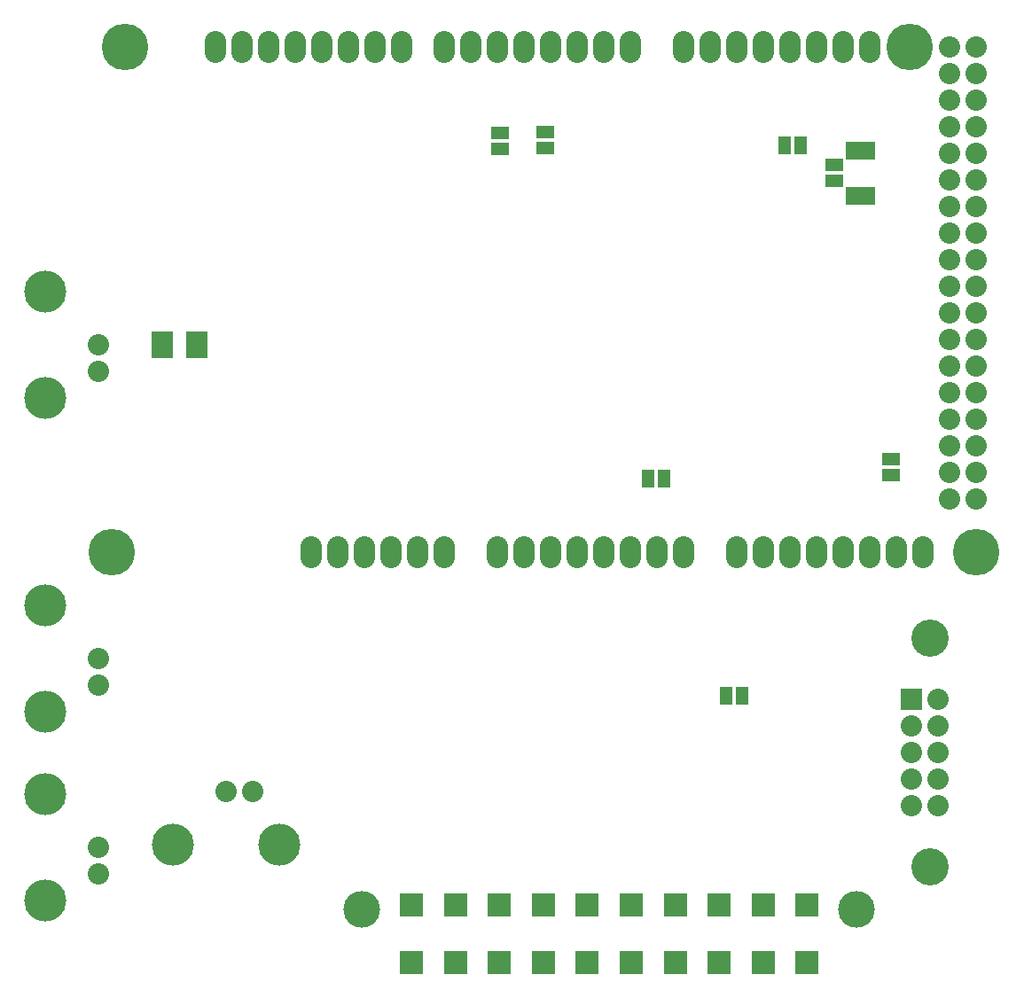
<source format=gbs>
G04 (created by PCBNEW-RS274X (2011-11-27 BZR 3249)-stable) date 15/05/2012 4:09:25 PM*
G01*
G70*
G90*
%MOIN*%
G04 Gerber Fmt 3.4, Leading zero omitted, Abs format*
%FSLAX34Y34*%
G04 APERTURE LIST*
%ADD10C,0.006000*%
%ADD11C,0.140000*%
%ADD12R,0.080000X0.080000*%
%ADD13C,0.080000*%
%ADD14C,0.157800*%
%ADD15R,0.045000X0.065000*%
%ADD16R,0.065000X0.045000*%
%ADD17R,0.080000X0.100000*%
%ADD18R,0.035000X0.070000*%
%ADD19O,0.080000X0.120000*%
%ADD20C,0.175000*%
%ADD21R,0.090000X0.090000*%
%ADD22C,0.138100*%
G04 APERTURE END LIST*
G54D10*
G54D11*
X45400Y-40100D03*
X45400Y-31500D03*
G54D12*
X44700Y-33800D03*
G54D13*
X45700Y-33800D03*
X44700Y-34800D03*
X45700Y-34800D03*
X44700Y-35800D03*
X45700Y-35800D03*
X44700Y-36800D03*
X45700Y-36800D03*
X44700Y-37800D03*
X45700Y-37800D03*
G54D14*
X12150Y-30250D03*
X12150Y-34250D03*
G54D13*
X14150Y-33250D03*
X14150Y-32250D03*
G54D15*
X40550Y-12950D03*
X39950Y-12950D03*
G54D16*
X41800Y-14300D03*
X41800Y-13700D03*
G54D15*
X37750Y-33650D03*
X38350Y-33650D03*
G54D14*
X12150Y-37350D03*
X12150Y-41350D03*
G54D13*
X14150Y-40350D03*
X14150Y-39350D03*
G54D15*
X34800Y-25500D03*
X35400Y-25500D03*
G54D17*
X17850Y-20450D03*
X16550Y-20450D03*
G54D16*
X29250Y-13100D03*
X29250Y-12500D03*
X30950Y-13050D03*
X30950Y-12450D03*
X43950Y-24750D03*
X43950Y-25350D03*
G54D18*
X42416Y-13150D03*
X42672Y-13150D03*
X42928Y-13150D03*
X43184Y-13150D03*
X43184Y-14850D03*
X42928Y-14850D03*
X42672Y-14850D03*
X42416Y-14850D03*
G54D14*
X12150Y-18450D03*
X12150Y-22450D03*
G54D13*
X14150Y-21450D03*
X14150Y-20450D03*
G54D14*
X16950Y-39250D03*
X20950Y-39250D03*
G54D13*
X19950Y-37250D03*
X18950Y-37250D03*
G54D19*
X36150Y-09250D03*
X37150Y-09250D03*
X38150Y-09250D03*
X39150Y-09250D03*
X40150Y-09250D03*
X41150Y-09250D03*
X42150Y-09250D03*
X43150Y-09250D03*
X45150Y-28250D03*
X44150Y-28250D03*
X43150Y-28250D03*
X42150Y-28250D03*
X38150Y-28250D03*
X36150Y-28250D03*
X35150Y-28250D03*
X39150Y-28250D03*
X40150Y-28250D03*
X41150Y-28250D03*
X34150Y-28250D03*
X33150Y-28250D03*
X32150Y-28250D03*
X29150Y-28250D03*
X30150Y-28250D03*
X31150Y-28250D03*
X27150Y-28250D03*
X26150Y-28250D03*
X25150Y-28250D03*
X23150Y-28250D03*
X22150Y-28250D03*
X34150Y-09250D03*
X33150Y-09250D03*
X32150Y-09250D03*
X31150Y-09250D03*
X30150Y-09250D03*
X29150Y-09250D03*
X28150Y-09250D03*
X27150Y-09250D03*
X25550Y-09250D03*
X24550Y-09250D03*
X23550Y-09250D03*
X22550Y-09250D03*
X21550Y-09250D03*
X20550Y-09250D03*
X19550Y-09250D03*
X18550Y-09250D03*
X24150Y-28250D03*
G54D20*
X47150Y-28250D03*
X44650Y-09250D03*
X15150Y-09250D03*
X14650Y-28250D03*
G54D13*
X46150Y-10250D03*
X47150Y-10250D03*
X46150Y-11250D03*
X47150Y-11250D03*
X46150Y-12250D03*
X47150Y-12250D03*
X46150Y-13250D03*
X47150Y-13250D03*
X46150Y-09250D03*
X47150Y-09250D03*
X47150Y-14250D03*
X46150Y-14250D03*
X46150Y-15250D03*
X47150Y-15250D03*
X46150Y-16250D03*
X47150Y-16250D03*
X46150Y-17250D03*
X47150Y-17250D03*
X46150Y-18250D03*
X47150Y-18250D03*
X46150Y-19250D03*
X47150Y-19250D03*
X46150Y-20250D03*
X47150Y-20250D03*
X46150Y-21250D03*
X47150Y-21250D03*
X46150Y-22250D03*
X47150Y-22250D03*
X46150Y-23250D03*
X47150Y-23250D03*
X46150Y-24250D03*
X47150Y-24250D03*
X46150Y-25250D03*
X47150Y-25250D03*
X46150Y-26250D03*
X47150Y-26250D03*
G54D21*
X40790Y-43682D03*
X39137Y-43682D03*
X37483Y-43682D03*
X35830Y-43682D03*
X34176Y-43682D03*
X32524Y-43682D03*
X30870Y-43682D03*
X29217Y-43682D03*
X27563Y-43682D03*
X25910Y-43682D03*
X40790Y-41518D03*
X39137Y-41518D03*
X37483Y-41518D03*
X35830Y-41518D03*
X34176Y-41518D03*
X32524Y-41518D03*
X30870Y-41518D03*
X29217Y-41518D03*
X27563Y-41518D03*
X25910Y-41518D03*
G54D22*
X42641Y-41694D03*
X24059Y-41694D03*
M02*

</source>
